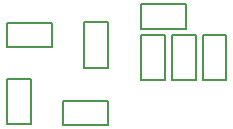
<source format=gbr>
%TF.GenerationSoftware,Altium Limited,Altium Designer,25.8.1 (18)*%
G04 Layer_Color=16711935*
%FSLAX45Y45*%
%MOMM*%
%TF.SameCoordinates,031978D1-9D18-463A-8735-F8186BF7E524*%
%TF.FilePolarity,Positive*%
%TF.FileFunction,Other,Bottom_Courtyard*%
%TF.Part,Single*%
G01*
G75*
%TA.AperFunction,NonConductor*%
%ADD74C,0.20000*%
D74*
X5267081Y6904381D02*
Y7110203D01*
X5652903D01*
Y6904381D02*
Y7110203D01*
X5267081Y6904381D02*
X5652903D01*
X5269440Y6850884D02*
X5470653D01*
Y6469671D02*
Y6850884D01*
X5269440Y6469671D02*
X5470653D01*
X5269440D02*
Y6850884D01*
X5789440Y6850882D02*
X5990653D01*
Y6469669D02*
Y6850882D01*
X5789440Y6469669D02*
X5990653D01*
X5789440D02*
Y6850882D01*
X5529440Y6850883D02*
X5730653D01*
Y6469670D02*
Y6850883D01*
X5529440Y6469670D02*
X5730653D01*
X5529440D02*
Y6850883D01*
X4789432Y6956384D02*
X4990646D01*
Y6575170D02*
Y6956384D01*
X4789432Y6575170D02*
X4990646D01*
X4789432D02*
Y6956384D01*
X4131238Y6098477D02*
X4332451D01*
X4131238D02*
Y6479690D01*
X4332451D01*
Y6098477D02*
Y6479690D01*
X4987912Y6090604D02*
Y6291817D01*
X4606698Y6090604D02*
X4987912D01*
X4606698D02*
Y6291817D01*
X4987912D01*
X4136105Y6748798D02*
Y6950011D01*
X4517318D01*
Y6748798D02*
Y6950011D01*
X4136105Y6748798D02*
X4517318D01*
%TF.MD5,8dc96482ac07badf879bf173d571e403*%
M02*

</source>
